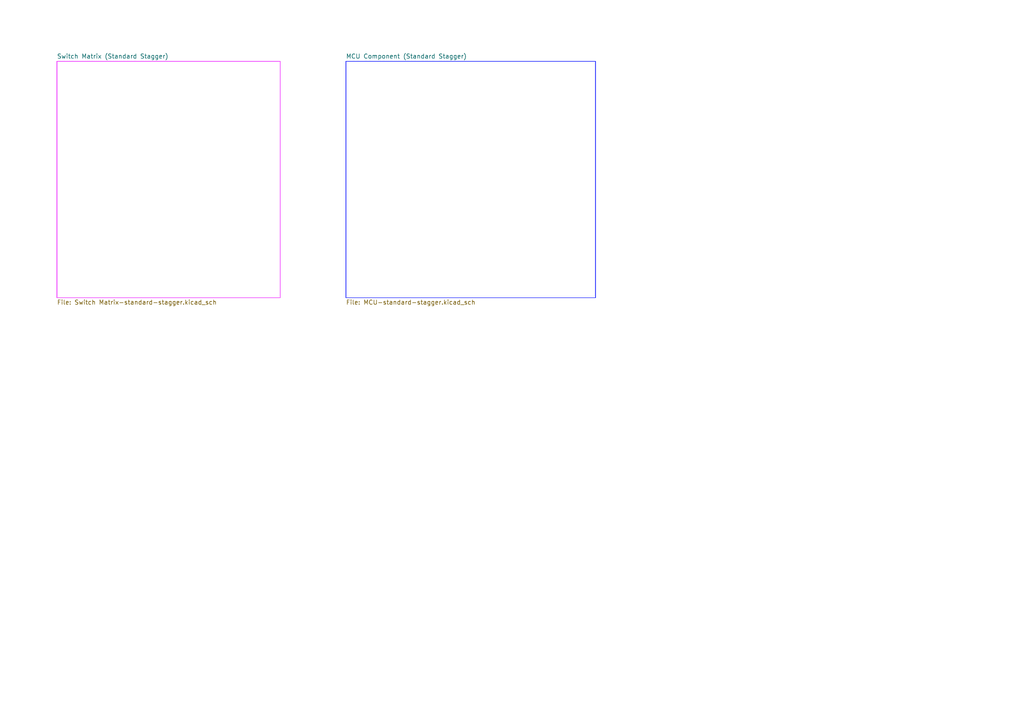
<source format=kicad_sch>
(kicad_sch (version 20230121) (generator eeschema)
  (paper "A4")
  (lib_symbols)
  (sheet (at 16.51 17.78) (size 64.77 68.58) (stroke (width 0.1524) (color 236 36 255 1))
    (property "Sheetname" "Switch Matrix (Standard Stagger)" (at 16.51 17.0684 0) (effects (justify left bottom)))
    (property "Sheetfile" "Switch Matrix-standard-stagger.kicad_sch" (at 16.51 86.9446 0) (effects (justify left top)))
  )
  (sheet (at 100.33 17.78) (size 72.39 68.58) (stroke (width 0.1524) (color 24 33 255 1))
    (property "Sheetname" "MCU Component (Standard Stagger)" (at 100.33 17.0684 0) (effects (justify left bottom)))
    (property "Sheetfile" "MCU-standard-stagger.kicad_sch" (at 100.33 86.9446 0) (effects (justify left top)))
  )
)
</source>
